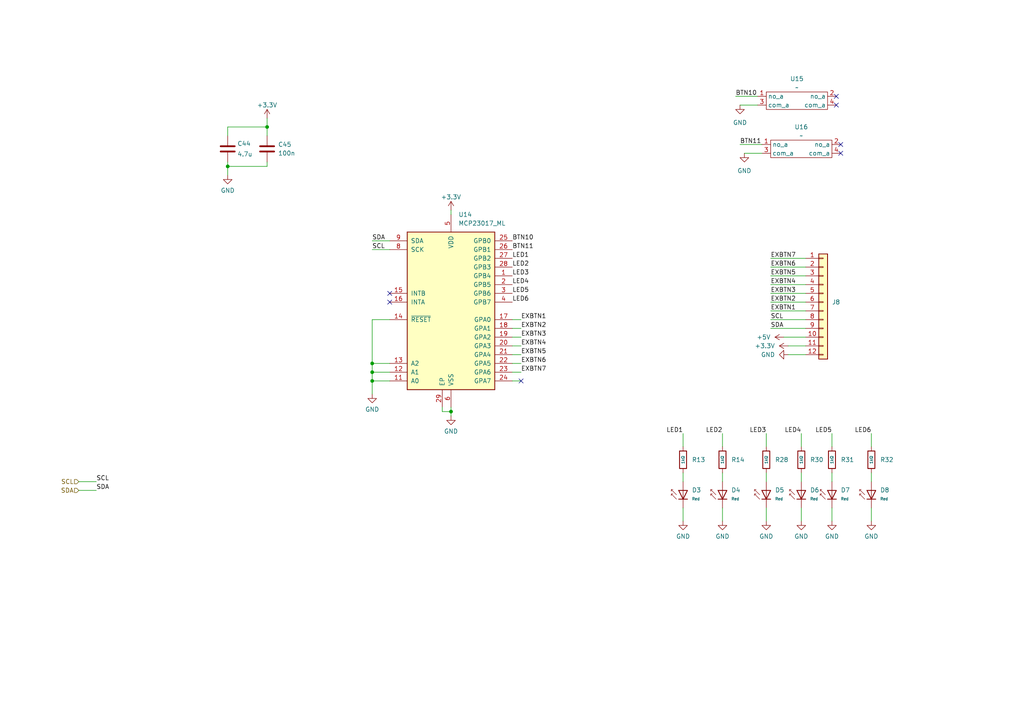
<source format=kicad_sch>
(kicad_sch (version 20250114) (generator "eeschema") (generator_version "9.0")
  (paper "A4")
  (lib_symbols
    (symbol "Connector_Generic:Conn_01x12" (pin_names (offset 1.016) (hide yes))
      (property "Reference" "J" (at 0 15.24 0))
      (property "Value" "Conn_01x12" (at 0 -17.78 0))
      (symbol "Conn_01x12_1_1"
        (rectangle (start -1.27 13.97) (end 1.27 -16.51) (stroke (width 0.254)) (fill (type background)))
        (rectangle (start -1.27 12.827) (end 0 12.573) (stroke (width 0.1524)))
        (rectangle (start -1.27 10.287) (end 0 10.033) (stroke (width 0.1524)))
        (rectangle (start -1.27 7.747) (end 0 7.493) (stroke (width 0.1524)))
        (rectangle (start -1.27 5.207) (end 0 4.953) (stroke (width 0.1524)))
        (rectangle (start -1.27 2.667) (end 0 2.413) (stroke (width 0.1524)))
        (rectangle (start -1.27 0.127) (end 0 -0.127) (stroke (width 0.1524)))
        (rectangle (start -1.27 -2.413) (end 0 -2.667) (stroke (width 0.1524)))
        (rectangle (start -1.27 -4.953) (end 0 -5.207) (stroke (width 0.1524)))
        (rectangle (start -1.27 -7.493) (end 0 -7.747) (stroke (width 0.1524)))
        (rectangle (start -1.27 -10.033) (end 0 -10.287) (stroke (width 0.1524)))
        (rectangle (start -1.27 -12.573) (end 0 -12.827) (stroke (width 0.1524)))
        (rectangle (start -1.27 -15.113) (end 0 -15.367) (stroke (width 0.1524)))
        (pin passive line (at -5.08 12.7 0) (length 3.81) (name "Pin_1") (number "1"))
        (pin passive line (at -5.08 10.16 0) (length 3.81) (name "Pin_2") (number "2"))
        (pin passive line (at -5.08 7.62 0) (length 3.81) (name "Pin_3") (number "3"))
        (pin passive line (at -5.08 5.08 0) (length 3.81) (name "Pin_4") (number "4"))
        (pin passive line (at -5.08 2.54 0) (length 3.81) (name "Pin_5") (number "5"))
        (pin passive line (at -5.08 0 0) (length 3.81) (name "Pin_6") (number "6"))
        (pin passive line (at -5.08 -2.54 0) (length 3.81) (name "Pin_7") (number "7"))
        (pin passive line (at -5.08 -5.08 0) (length 3.81) (name "Pin_8") (number "8"))
        (pin passive line (at -5.08 -7.62 0) (length 3.81) (name "Pin_9") (number "9"))
        (pin passive line (at -5.08 -10.16 0) (length 3.81) (name "Pin_10") (number "10"))
        (pin passive line (at -5.08 -12.7 0) (length 3.81) (name "Pin_11") (number "11"))
        (pin passive line (at -5.08 -15.24 0) (length 3.81) (name "Pin_12") (number "12"))
      )
    )
    (symbol "Device:C" (pin_numbers (hide yes)) (pin_names (offset 0.254))
      (property "Reference" "C" (at 0.635 2.54 0))
      (property "Value" "C" (at 0.635 -2.54 0))
      (symbol "C_0_1"
        (polyline (pts (xy -2.032 0.762) (xy 2.032 0.762)) (stroke (width 0.508)))
        (polyline (pts (xy -2.032 -0.762) (xy 2.032 -0.762)) (stroke (width 0.508)))
      )
      (symbol "C_1_1"
        (pin passive line (at 0 3.81 270) (length 2.794) (name "~") (number "1"))
        (pin passive line (at 0 -3.81 90) (length 2.794) (name "~") (number "2"))
      )
    )
    (symbol "Interface_Expansion:MCP23017_ML" (pin_names (offset 1.016))
      (property "Reference" "U" (at -11.43 24.13 0))
      (property "Value" "MCP23017_ML" (at 0 0 0))
      (symbol "MCP23017_ML_0_1"
        (rectangle (start -12.7 22.86) (end 12.7 -22.86) (stroke (width 0.254)) (fill (type background)))
      )
      (symbol "MCP23017_ML_1_1"
        (pin bidirectional line (at -17.78 20.32 0) (length 5.08) (name "SDA") (number "9"))
        (pin input line (at -17.78 17.78 0) (length 5.08) (name "SCK") (number "8"))
        (pin tri_state line (at -17.78 5.08 0) (length 5.08) (name "INTB") (number "15"))
        (pin tri_state line (at -17.78 2.54 0) (length 5.08) (name "INTA") (number "16"))
        (pin input line (at -17.78 -2.54 0) (length 5.08) (name "~{RESET}") (number "14"))
        (pin input line (at -17.78 -15.24 0) (length 5.08) (name "A2") (number "13"))
        (pin input line (at -17.78 -17.78 0) (length 5.08) (name "A1") (number "12"))
        (pin input line (at -17.78 -20.32 0) (length 5.08) (name "A0") (number "11"))
        (pin no_connect line (at -12.7 15.24 0) (length 5.08) (hide yes) (name "NC") (number "7"))
        (pin no_connect line (at -12.7 12.7 0) (length 5.08) (hide yes) (name "NC") (number "10"))
        (pin passive line (at -2.54 -27.94 90) (length 5.08) (name "EP") (number "29"))
        (pin power_in line (at 0 27.94 270) (length 5.08) (name "VDD") (number "5"))
        (pin power_in line (at 0 -27.94 90) (length 5.08) (name "VSS") (number "6"))
        (pin bidirectional line (at 17.78 20.32 180) (length 5.08) (name "GPB0") (number "25"))
        (pin bidirectional line (at 17.78 17.78 180) (length 5.08) (name "GPB1") (number "26"))
        (pin bidirectional line (at 17.78 15.24 180) (length 5.08) (name "GPB2") (number "27"))
        (pin bidirectional line (at 17.78 12.7 180) (length 5.08) (name "GPB3") (number "28"))
        (pin bidirectional line (at 17.78 10.16 180) (length 5.08) (name "GPB4") (number "1"))
        (pin bidirectional line (at 17.78 7.62 180) (length 5.08) (name "GPB5") (number "2"))
        (pin bidirectional line (at 17.78 5.08 180) (length 5.08) (name "GPB6") (number "3"))
        (pin output line (at 17.78 2.54 180) (length 5.08) (name "GPB7") (number "4"))
        (pin bidirectional line (at 17.78 -2.54 180) (length 5.08) (name "GPA0") (number "17"))
        (pin bidirectional line (at 17.78 -5.08 180) (length 5.08) (name "GPA1") (number "18"))
        (pin bidirectional line (at 17.78 -7.62 180) (length 5.08) (name "GPA2") (number "19"))
        (pin bidirectional line (at 17.78 -10.16 180) (length 5.08) (name "GPA3") (number "20"))
        (pin bidirectional line (at 17.78 -12.7 180) (length 5.08) (name "GPA4") (number "21"))
        (pin bidirectional line (at 17.78 -15.24 180) (length 5.08) (name "GPA5") (number "22"))
        (pin bidirectional line (at 17.78 -17.78 180) (length 5.08) (name "GPA6") (number "23"))
        (pin output line (at 17.78 -20.32 180) (length 5.08) (name "GPA7") (number "24"))
      )
    )
    (symbol "PCM_JLCPCB-Diodes:LED,0603,Red" (pin_numbers (hide yes)) (pin_names (offset 0))
      (property "Reference" "D" (at 2.032 0.834 0))
      (property "Value" "Red" (at 2.032 -1.2122 0))
      (symbol "LED,0603,Red_0_1"
        (polyline (pts (xy -1.905 0) (xy -3.429 1.524) (xy -3.429 1.016) (xy -3.429 1.524) (xy -2.921 1.524)) (stroke (width 0.127)))
        (polyline (pts (xy -1.905 -1.27) (xy -3.429 0.254) (xy -3.429 -0.254) (xy -3.429 0.254) (xy -2.921 0.254)) (stroke (width 0.127)))
        (polyline (pts (xy -1.27 1.27) (xy 0 -1.27) (xy 1.27 1.27) (xy -1.27 1.27)) (stroke (width 0.254)))
        (polyline (pts (xy -1.27 -1.27) (xy 1.27 -1.27)) (stroke (width 0.254)))
      )
      (symbol "LED,0603,Red_1_1"
        (pin passive line (at 0 3.81 270) (length 3.81) (name "~") (number "2"))
        (pin passive line (at 0 -3.81 90) (length 3.81) (name "~") (number "1"))
      )
    )
    (symbol "PCM_JLCPCB-Resistors:0603,1kΩ" (pin_numbers (hide yes)) (pin_names (offset 0))
      (property "Reference" "R" (at 1.778 0 0))
      (property "Value" "1kΩ" (at 0 0 90))
      (symbol "0603,1kΩ_0_1"
        (rectangle (start -1.016 2.54) (end 1.016 -2.54) (stroke (width 0.254)))
      )
      (symbol "0603,1kΩ_1_1"
        (pin passive line (at 0 3.81 270) (length 1.27) (name "~") (number "1"))
        (pin passive line (at 0 -3.81 90) (length 1.27) (name "~") (number "2"))
      )
    )
    (symbol "power:+3.3V" (power) (pin_names (offset 0))
      (property "Value" "+3.3V" (at 0 3.556 0))
      (symbol "+3.3V_0_1"
        (polyline (pts (xy -0.762 1.27) (xy 0 2.54)))
        (polyline (pts (xy 0 2.54) (xy 0.762 1.27)))
        (polyline (pts (xy 0 0) (xy 0 2.54)))
      )
      (symbol "+3.3V_1_1"
        (pin power_in line (at 0 0 90) (length 0) (hide yes) (name "+3.3V") (number "1"))
      )
    )
    (symbol "power:+5V" (power) (pin_names (offset 0))
      (property "Value" "+5V" (at 0 3.556 0))
      (symbol "+5V_0_1"
        (polyline (pts (xy -0.762 1.27) (xy 0 2.54)))
        (polyline (pts (xy 0 2.54) (xy 0.762 1.27)))
        (polyline (pts (xy 0 0) (xy 0 2.54)))
      )
      (symbol "+5V_1_1"
        (pin power_in line (at 0 0 90) (length 0) (hide yes) (name "+5V") (number "1"))
      )
    )
    (symbol "power:GND" (power) (pin_names (offset 0))
      (property "Value" "GND" (at 0 -3.81 0))
      (symbol "GND_0_1"
        (polyline (pts (xy 0 0) (xy 0 -1.27) (xy 1.27 -1.27) (xy 0 -2.54) (xy -1.27 -1.27) (xy 0 -1.27)))
      )
      (symbol "GND_1_1"
        (pin power_in line (at 0 0 270) (length 0) (hide yes) (name "GND") (number "1"))
      )
    )
    (symbol "ts-1212f:swith_tf-1212f"
      (property "Reference" "U" (at 0 0 0))
      (symbol "swith_tf-1212f_0_1"
        (rectangle (start -8.89 2.54) (end 8.89 -2.54))
      )
      (symbol "swith_tf-1212f_1_1"
        (pin bidirectional line (at -11.43 1.27 0) (length 2.54) (name "no_a") (number "1"))
        (pin bidirectional line (at -11.43 -1.27 0) (length 2.54) (name "com_a") (number "3"))
        (pin bidirectional line (at 11.43 1.27 180) (length 2.54) (name "no_a") (number "2"))
        (pin bidirectional line (at 11.43 -1.27 180) (length 2.54) (name "com_a") (number "4"))
      )
    )
  )
  (junction (at 77.47 36.83))
  (junction (at 66.04 48.26))
  (junction (at 107.95 105.41))
  (junction (at 107.95 107.95))
  (junction (at 107.95 110.49))
  (junction (at 130.81 119.38))
  (no_connect (at 243.84 44.45))
  (no_connect (at 243.84 41.91))
  (no_connect (at 113.03 85.09))
  (no_connect (at 113.03 87.63))
  (no_connect (at 242.57 27.94))
  (no_connect (at 242.57 30.48))
  (no_connect (at 151.13 110.49))
  (wire (pts (xy 223.52 80.01) (xy 233.68 80.01)))
  (wire (pts (xy 232.41 147.32) (xy 232.41 151.13)))
  (wire (pts (xy 130.81 60.96) (xy 130.81 62.23)))
  (wire (pts (xy 233.68 102.87) (xy 228.6 102.87)))
  (wire (pts (xy 241.3 137.16) (xy 241.3 139.7)))
  (wire (pts (xy 223.52 95.25) (xy 233.68 95.25)))
  (wire (pts (xy 241.3 125.73) (xy 241.3 129.54)))
  (wire (pts (xy 22.86 142.24) (xy 27.94 142.24)))
  (wire (pts (xy 252.73 147.32) (xy 252.73 151.13)))
  (wire (pts (xy 252.73 137.16) (xy 252.73 139.7)))
  (wire (pts (xy 130.81 120.65) (xy 130.81 119.38)))
  (wire (pts (xy 198.12 137.16) (xy 198.12 139.7)))
  (wire (pts (xy 215.9 44.45) (xy 220.98 44.45)))
  (wire (pts (xy 66.04 46.99) (xy 66.04 48.26)))
  (wire (pts (xy 214.63 41.91) (xy 220.98 41.91)))
  (wire (pts (xy 66.04 48.26) (xy 66.04 50.8)))
  (wire (pts (xy 148.59 107.95) (xy 151.13 107.95)))
  (wire (pts (xy 107.95 107.95) (xy 113.03 107.95)))
  (wire (pts (xy 107.95 110.49) (xy 113.03 110.49)))
  (wire (pts (xy 130.81 118.11) (xy 130.81 119.38)))
  (wire (pts (xy 107.95 107.95) (xy 107.95 105.41)))
  (wire (pts (xy 77.47 46.99) (xy 77.47 48.26)))
  (wire (pts (xy 228.6 100.33) (xy 233.68 100.33)))
  (wire (pts (xy 227.33 97.79) (xy 233.68 97.79)))
  (wire (pts (xy 22.86 139.7) (xy 27.94 139.7)))
  (wire (pts (xy 198.12 125.73) (xy 198.12 129.54)))
  (wire (pts (xy 107.95 92.71) (xy 113.03 92.71)))
  (wire (pts (xy 223.52 77.47) (xy 233.68 77.47)))
  (wire (pts (xy 148.59 92.71) (xy 151.13 92.71)))
  (wire (pts (xy 128.27 118.11) (xy 128.27 119.38)))
  (wire (pts (xy 198.12 147.32) (xy 198.12 151.13)))
  (wire (pts (xy 222.25 137.16) (xy 222.25 139.7)))
  (wire (pts (xy 77.47 36.83) (xy 77.47 39.37)))
  (wire (pts (xy 222.25 125.73) (xy 222.25 129.54)))
  (wire (pts (xy 209.55 137.16) (xy 209.55 139.7)))
  (wire (pts (xy 107.95 72.39) (xy 113.03 72.39)))
  (wire (pts (xy 148.59 97.79) (xy 151.13 97.79)))
  (wire (pts (xy 107.95 114.3) (xy 107.95 110.49)))
  (wire (pts (xy 223.52 74.93) (xy 233.68 74.93)))
  (wire (pts (xy 232.41 137.16) (xy 232.41 139.7)))
  (wire (pts (xy 107.95 92.71) (xy 107.95 105.41)))
  (wire (pts (xy 222.25 147.32) (xy 222.25 151.13)))
  (wire (pts (xy 128.27 119.38) (xy 130.81 119.38)))
  (wire (pts (xy 209.55 147.32) (xy 209.55 151.13)))
  (wire (pts (xy 223.52 92.71) (xy 233.68 92.71)))
  (wire (pts (xy 241.3 147.32) (xy 241.3 151.13)))
  (wire (pts (xy 77.47 34.29) (xy 77.47 36.83)))
  (wire (pts (xy 223.52 87.63) (xy 233.68 87.63)))
  (wire (pts (xy 107.95 110.49) (xy 107.95 107.95)))
  (wire (pts (xy 214.63 30.48) (xy 219.71 30.48)))
  (wire (pts (xy 107.95 69.85) (xy 113.03 69.85)))
  (wire (pts (xy 113.03 105.41) (xy 107.95 105.41)))
  (wire (pts (xy 213.36 27.94) (xy 219.71 27.94)))
  (wire (pts (xy 66.04 36.83) (xy 77.47 36.83)))
  (wire (pts (xy 77.47 48.26) (xy 66.04 48.26)))
  (wire (pts (xy 148.59 100.33) (xy 151.13 100.33)))
  (wire (pts (xy 209.55 125.73) (xy 209.55 129.54)))
  (wire (pts (xy 223.52 90.17) (xy 233.68 90.17)))
  (wire (pts (xy 148.59 105.41) (xy 151.13 105.41)))
  (wire (pts (xy 223.52 82.55) (xy 233.68 82.55)))
  (wire (pts (xy 66.04 39.37) (xy 66.04 36.83)))
  (wire (pts (xy 232.41 125.73) (xy 232.41 129.54)))
  (wire (pts (xy 148.59 102.87) (xy 151.13 102.87)))
  (wire (pts (xy 223.52 85.09) (xy 233.68 85.09)))
  (wire (pts (xy 151.13 110.49) (xy 148.59 110.49)))
  (wire (pts (xy 148.59 95.25) (xy 151.13 95.25)))
  (wire (pts (xy 252.73 125.73) (xy 252.73 129.54)))
  (label "LED6" (at 252.73 125.73 180))
  (label "LED1" (at 198.12 125.73 180))
  (label "EXBTN4" (at 151.13 100.33 0))
  (label "EXBTN3" (at 151.13 97.79 0))
  (label "LED4" (at 148.59 82.55 0))
  (label "SDA" (at 27.94 142.24 0))
  (label "LED3" (at 222.25 125.73 180))
  (label "EXBTN1" (at 223.52 90.17 0))
  (label "EXBTN7" (at 223.52 74.93 0))
  (label "BTN10" (at 148.59 69.85 0))
  (label "EXBTN5" (at 151.13 102.87 0))
  (label "BTN11" (at 148.59 72.39 0))
  (label "EXBTN5" (at 223.52 80.01 0))
  (label "EXBTN3" (at 223.52 85.09 0))
  (label "BTN10" (at 213.36 27.94 0))
  (label "SCL" (at 223.52 92.71 0))
  (label "LED1" (at 148.59 74.93 0))
  (label "EXBTN2" (at 151.13 95.25 0))
  (label "EXBTN7" (at 151.13 107.95 0))
  (label "LED2" (at 148.59 77.47 0))
  (label "SDA" (at 107.95 69.85 0))
  (label "EXBTN6" (at 151.13 105.41 0))
  (label "SCL" (at 107.95 72.39 0))
  (label "LED3" (at 148.59 80.01 0))
  (label "LED2" (at 209.55 125.73 180))
  (label "BTN11" (at 214.63 41.91 0))
  (label "LED4" (at 232.41 125.73 180))
  (label "SDA" (at 223.52 95.25 0))
  (label "LED6" (at 148.59 87.63 0))
  (label "LED5" (at 148.59 85.09 0))
  (label "LED5" (at 241.3 125.73 180))
  (label "EXBTN6" (at 223.52 77.47 0))
  (label "EXBTN1" (at 151.13 92.71 0))
  (label "EXBTN2" (at 223.52 87.63 0))
  (label "EXBTN4" (at 223.52 82.55 0))
  (label "SCL" (at 27.94 139.7 0))
  (hierarchical_label "SCL" (shape input) (at 22.86 139.7 180))
  (hierarchical_label "SDA" (shape input) (at 22.86 142.24 180))
  (symbol (lib_id "power:GND") (at 66.04 50.8 0) (unit 1)
    (property "Reference" "#PWR070" (effects (hide yes)))
    (property "Value" "GND" (at 66.04 55.245 0))
  )
  (symbol (lib_id "Device:C") (at 66.04 43.18 0) (unit 1)
    (property "Reference" "C44" (at 68.834 41.656 0) (effects (justify left)))
    (property "Value" "4.7u" (at 68.834 44.704 0) (effects (justify left)))
    (property "Footprint" "Resistor_SMD:R_0603_1608Metric" (effects (hide yes)))
    (property "LCSC" "C19702" (effects (hide yes)))
  )
  (symbol (lib_id "PCM_JLCPCB-Resistors:0603,1kΩ") (at 198.12 133.35 0) (unit 1)
    (property "Reference" "R13" (at 200.66 133.3499 0) (effects (justify left)))
    (property "Value" "1kΩ" (at 198.12 133.35 90) (effects (font (size 0.8 0.8))))
    (property "Footprint" "PCM_JLCPCB:R_0603" (effects (hide yes)))
    (property "Datasheet" "https://www.lcsc.com/datasheet/lcsc_datasheet_2206010130_UNI-ROYAL-Uniroyal-Elec-0603WAF1001T5E_C21190.pdf" (effects (hide yes)))
    (property "Description" "100mW Thick Film Resistors 75V ±100ppm/°C ±1% 1kΩ 0603 Chip Resistor - Surface Mount ROHS" (effects (hide yes)))
    (property "LCSC" "C21190" (effects (hide yes)))
    (property "Stock" "23392424" (effects (hide yes)))
    (property "Price" "0.004USD" (effects (hide yes)))
    (property "Process" "SMT" (effects (hide yes)))
    (property "Minimum Qty" "20" (effects (hide yes)))
    (property "Attrition Qty" "10" (effects (hide yes)))
    (property "Class" "Basic Component" (effects (hide yes)))
    (property "Category" "Resistors,Chip Resistor - Surface Mount" (effects (hide yes)))
    (property "Manufacturer" "UNI-ROYAL(Uniroyal Elec)" (effects (hide yes)))
    (property "Part" "0603WAF1001T5E" (effects (hide yes)))
    (property "Resistance" "1kΩ" (effects (hide yes)))
    (property "Power(Watts)" "100mW" (effects (hide yes)))
    (property "Type" "Thick Film Resistors" (effects (hide yes)))
    (property "Overload Voltage (Max)" "75V" (effects (hide yes)))
    (property "Operating Temperature Range" "-55°C~+155°C" (effects (hide yes)))
    (property "Tolerance" "±1%" (effects (hide yes)))
    (property "Temperature Coefficient" "±100ppm/°C" (effects (hide yes)))
  )
  (symbol (lib_id "power:GND") (at 252.73 151.13 0) (unit 1)
    (property "Reference" "#PWR084" (effects (hide yes)))
    (property "Value" "GND" (at 252.73 155.575 0))
  )
  (symbol (lib_id "power:GND") (at 107.95 114.3 0) (unit 1)
    (property "Reference" "#PWR071" (effects (hide yes)))
    (property "Value" "GND" (at 107.95 118.745 0))
  )
  (symbol (lib_id "power:GND") (at 222.25 151.13 0) (unit 1)
    (property "Reference" "#PWR078" (effects (hide yes)))
    (property "Value" "GND" (at 222.25 155.575 0))
  )
  (symbol (lib_id "Interface_Expansion:MCP23017_ML") (at 130.81 90.17 0) (unit 1)
    (property "Reference" "U14" (at 132.9533 62.23 0) (effects (justify left)))
    (property "Value" "MCP23017_ML" (at 132.9533 64.77 0) (effects (justify left)))
    (property "Footprint" "Package_DFN_QFN:QFN-28-1EP_6x6mm_P0.65mm_EP4.25x4.25mm" (effects (hide yes)))
    (property "Datasheet" "https://ww1.microchip.com/downloads/aemDocuments/documents/APID/ProductDocuments/DataSheets/MCP23017-Data-Sheet-DS20001952.pdf" (effects (hide yes)))
    (property "Description" "16-bit I/O expander, I2C, interrupts, w pull-ups, GPA/B7 output only (https://microchip.my.site.com/s/article/GPA7---GPB7-Cannot-Be-Used-as-Inputs-In-MCP23017), QFN-28" (effects (hide yes)))
  )
  (symbol (lib_id "power:GND") (at 228.6 102.87 270) (unit 1)
    (property "Reference" "#PWR079" (effects (hide yes)))
    (property "Value" "GND" (at 224.79 102.8699 90) (effects (justify right)))
  )
  (symbol (lib_id "power:+5V") (at 227.33 97.79 90) (unit 1)
    (property "Reference" "#PWR083" (effects (hide yes)))
    (property "Value" "+5V" (at 223.52 97.7899 90) (effects (justify left)))
  )
  (symbol (lib_id "PCM_JLCPCB-Diodes:LED,0603,Red") (at 222.25 143.51 0) (unit 1)
    (property "Reference" "D5" (at 224.79 142.1446 0) (effects (justify left)))
    (property "Value" "Red" (at 224.79 144.6847 0) (effects (font (size 0.8 0.8)) (justify left)))
    (property "Footprint" "PCM_JLCPCB:D_0603" (effects (hide yes)))
    (property "Datasheet" "https://www.lcsc.com/datasheet/lcsc_datasheet_1810231112_Hubei-KENTO-Elec-KT-0603R_C2286.pdf" (effects (hide yes)))
    (property "Description" "-40°C~+85°C Red 0603 LED Indication - Discrete ROHS" (effects (hide yes)))
    (property "LCSC" "C2286" (effects (hide yes)))
    (property "Stock" "2749790" (effects (hide yes)))
    (property "Price" "0.009USD" (effects (hide yes)))
    (property "Process" "SMT" (effects (hide yes)))
    (property "Minimum Qty" "20" (effects (hide yes)))
    (property "Attrition Qty" "6" (effects (hide yes)))
    (property "Class" "Basic Component" (effects (hide yes)))
    (property "Category" "Optocouplers & LEDs & Infrared,Light Emitting Diodes (LED)" (effects (hide yes)))
    (property "Manufacturer" "Hubei KENTO Elec" (effects (hide yes)))
    (property "Part" "KT-0603R" (effects (hide yes)))
  )
  (symbol (lib_id "PCM_JLCPCB-Diodes:LED,0603,Red") (at 198.12 143.51 0) (unit 1)
    (property "Reference" "D3" (at 200.66 142.1446 0) (effects (justify left)))
    (property "Value" "Red" (at 200.66 144.6847 0) (effects (font (size 0.8 0.8)) (justify left)))
    (property "Footprint" "PCM_JLCPCB:D_0603" (effects (hide yes)))
    (property "Datasheet" "https://www.lcsc.com/datasheet/lcsc_datasheet_1810231112_Hubei-KENTO-Elec-KT-0603R_C2286.pdf" (effects (hide yes)))
    (property "Description" "-40°C~+85°C Red 0603 LED Indication - Discrete ROHS" (effects (hide yes)))
    (property "LCSC" "C2286" (effects (hide yes)))
    (property "Stock" "2749790" (effects (hide yes)))
    (property "Price" "0.009USD" (effects (hide yes)))
    (property "Process" "SMT" (effects (hide yes)))
    (property "Minimum Qty" "20" (effects (hide yes)))
    (property "Attrition Qty" "6" (effects (hide yes)))
    (property "Class" "Basic Component" (effects (hide yes)))
    (property "Category" "Optocouplers & LEDs & Infrared,Light Emitting Diodes (LED)" (effects (hide yes)))
    (property "Manufacturer" "Hubei KENTO Elec" (effects (hide yes)))
    (property "Part" "KT-0603R" (effects (hide yes)))
  )
  (symbol (lib_id "power:GND") (at 215.9 44.45 0) (unit 1)
    (property "Reference" "#PWR073" (effects (hide yes)))
    (property "Value" "GND" (at 215.9 49.53 0))
  )
  (symbol (lib_id "power:+3.3V") (at 130.81 60.96 0) (unit 1)
    (property "Reference" "#PWR067" (effects (hide yes)))
    (property "Value" "+3.3V" (at 130.81 57.15 0))
  )
  (symbol (lib_id "Connector_Generic:Conn_01x12") (at 238.76 87.63 0) (unit 1)
    (property "Reference" "J8" (at 241.3 87.6299 0) (effects (justify left)))
    (property "Value" "Conn_01x12" (effects (hide yes)))
    (property "Footprint" "Connector_JST:JST_PH_B12B-PH-K_1x12_P2.00mm_Vertical" (effects (hide yes)))
    (property "Description" "Generic connector, single row, 01x12, script generated (kicad-library-utils/schlib/autogen/connector/)" (effects (hide yes)))
  )
  (symbol (lib_id "PCM_JLCPCB-Diodes:LED,0603,Red") (at 232.41 143.51 0) (unit 1)
    (property "Reference" "D6" (at 234.95 142.1446 0) (effects (justify left)))
    (property "Value" "Red" (at 234.95 144.6847 0) (effects (font (size 0.8 0.8)) (justify left)))
    (property "Footprint" "PCM_JLCPCB:D_0603" (effects (hide yes)))
    (property "Datasheet" "https://www.lcsc.com/datasheet/lcsc_datasheet_1810231112_Hubei-KENTO-Elec-KT-0603R_C2286.pdf" (effects (hide yes)))
    (property "Description" "-40°C~+85°C Red 0603 LED Indication - Discrete ROHS" (effects (hide yes)))
    (property "LCSC" "C2286" (effects (hide yes)))
    (property "Stock" "2749790" (effects (hide yes)))
    (property "Price" "0.009USD" (effects (hide yes)))
    (property "Process" "SMT" (effects (hide yes)))
    (property "Minimum Qty" "20" (effects (hide yes)))
    (property "Attrition Qty" "6" (effects (hide yes)))
    (property "Class" "Basic Component" (effects (hide yes)))
    (property "Category" "Optocouplers & LEDs & Infrared,Light Emitting Diodes (LED)" (effects (hide yes)))
    (property "Manufacturer" "Hubei KENTO Elec" (effects (hide yes)))
    (property "Part" "KT-0603R" (effects (hide yes)))
  )
  (symbol (lib_id "PCM_JLCPCB-Diodes:LED,0603,Red") (at 241.3 143.51 0) (unit 1)
    (property "Reference" "D7" (at 243.84 142.1446 0) (effects (justify left)))
    (property "Value" "Red" (at 243.84 144.6847 0) (effects (font (size 0.8 0.8)) (justify left)))
    (property "Footprint" "PCM_JLCPCB:D_0603" (effects (hide yes)))
    (property "Datasheet" "https://www.lcsc.com/datasheet/lcsc_datasheet_1810231112_Hubei-KENTO-Elec-KT-0603R_C2286.pdf" (effects (hide yes)))
    (property "Description" "-40°C~+85°C Red 0603 LED Indication - Discrete ROHS" (effects (hide yes)))
    (property "LCSC" "C2286" (effects (hide yes)))
    (property "Stock" "2749790" (effects (hide yes)))
    (property "Price" "0.009USD" (effects (hide yes)))
    (property "Process" "SMT" (effects (hide yes)))
    (property "Minimum Qty" "20" (effects (hide yes)))
    (property "Attrition Qty" "6" (effects (hide yes)))
    (property "Class" "Basic Component" (effects (hide yes)))
    (property "Category" "Optocouplers & LEDs & Infrared,Light Emitting Diodes (LED)" (effects (hide yes)))
    (property "Manufacturer" "Hubei KENTO Elec" (effects (hide yes)))
    (property "Part" "KT-0603R" (effects (hide yes)))
  )
  (symbol (lib_id "PCM_JLCPCB-Diodes:LED,0603,Red") (at 252.73 143.51 0) (unit 1)
    (property "Reference" "D8" (at 255.27 142.1446 0) (effects (justify left)))
    (property "Value" "Red" (at 255.27 144.6847 0) (effects (font (size 0.8 0.8)) (justify left)))
    (property "Footprint" "PCM_JLCPCB:D_0603" (effects (hide yes)))
    (property "Datasheet" "https://www.lcsc.com/datasheet/lcsc_datasheet_1810231112_Hubei-KENTO-Elec-KT-0603R_C2286.pdf" (effects (hide yes)))
    (property "Description" "-40°C~+85°C Red 0603 LED Indication - Discrete ROHS" (effects (hide yes)))
    (property "LCSC" "C2286" (effects (hide yes)))
    (property "Stock" "2749790" (effects (hide yes)))
    (property "Price" "0.009USD" (effects (hide yes)))
    (property "Process" "SMT" (effects (hide yes)))
    (property "Minimum Qty" "20" (effects (hide yes)))
    (property "Attrition Qty" "6" (effects (hide yes)))
    (property "Class" "Basic Component" (effects (hide yes)))
    (property "Category" "Optocouplers & LEDs & Infrared,Light Emitting Diodes (LED)" (effects (hide yes)))
    (property "Manufacturer" "Hubei KENTO Elec" (effects (hide yes)))
    (property "Part" "KT-0603R" (effects (hide yes)))
  )
  (symbol (lib_id "power:GND") (at 130.81 120.65 0) (unit 1)
    (property "Reference" "#PWR068" (effects (hide yes)))
    (property "Value" "GND" (at 130.81 125.095 0))
  )
  (symbol (lib_id "PCM_JLCPCB-Resistors:0603,1kΩ") (at 209.55 133.35 0) (unit 1)
    (property "Reference" "R14" (at 212.09 133.3499 0) (effects (justify left)))
    (property "Value" "1kΩ" (at 209.55 133.35 90) (effects (font (size 0.8 0.8))))
    (property "Footprint" "PCM_JLCPCB:R_0603" (effects (hide yes)))
    (property "Datasheet" "https://www.lcsc.com/datasheet/lcsc_datasheet_2206010130_UNI-ROYAL-Uniroyal-Elec-0603WAF1001T5E_C21190.pdf" (effects (hide yes)))
    (property "Description" "100mW Thick Film Resistors 75V ±100ppm/°C ±1% 1kΩ 0603 Chip Resistor - Surface Mount ROHS" (effects (hide yes)))
    (property "LCSC" "C21190" (effects (hide yes)))
    (property "Stock" "23392424" (effects (hide yes)))
    (property "Price" "0.004USD" (effects (hide yes)))
    (property "Process" "SMT" (effects (hide yes)))
    (property "Minimum Qty" "20" (effects (hide yes)))
    (property "Attrition Qty" "10" (effects (hide yes)))
    (property "Class" "Basic Component" (effects (hide yes)))
    (property "Category" "Resistors,Chip Resistor - Surface Mount" (effects (hide yes)))
    (property "Manufacturer" "UNI-ROYAL(Uniroyal Elec)" (effects (hide yes)))
    (property "Part" "0603WAF1001T5E" (effects (hide yes)))
    (property "Resistance" "1kΩ" (effects (hide yes)))
    (property "Power(Watts)" "100mW" (effects (hide yes)))
    (property "Type" "Thick Film Resistors" (effects (hide yes)))
    (property "Overload Voltage (Max)" "75V" (effects (hide yes)))
    (property "Operating Temperature Range" "-55°C~+155°C" (effects (hide yes)))
    (property "Tolerance" "±1%" (effects (hide yes)))
    (property "Temperature Coefficient" "±100ppm/°C" (effects (hide yes)))
  )
  (symbol (lib_id "ts-1212f:swith_tf-1212f") (at 232.41 43.18 0) (unit 1)
    (property "Reference" "U16" (at 232.41 36.83 0))
    (property "Value" "~" (at 232.41 39.37 0))
    (property "Footprint" "ts-1212f:ts-1212f" (effects (hide yes)))
  )
  (symbol (lib_id "power:GND") (at 209.55 151.13 0) (unit 1)
    (property "Reference" "#PWR074" (effects (hide yes)))
    (property "Value" "GND" (at 209.55 155.575 0))
  )
  (symbol (lib_id "ts-1212f:swith_tf-1212f") (at 231.14 29.21 0) (unit 1)
    (property "Reference" "U15" (at 231.14 22.86 0))
    (property "Value" "~" (at 231.14 25.4 0))
    (property "Footprint" "ts-1212f:ts-1212f" (effects (hide yes)))
  )
  (symbol (lib_id "power:GND") (at 241.3 151.13 0) (unit 1)
    (property "Reference" "#PWR082" (effects (hide yes)))
    (property "Value" "GND" (at 241.3 155.575 0))
  )
  (symbol (lib_id "power:GND") (at 198.12 151.13 0) (unit 1)
    (property "Reference" "#PWR017" (effects (hide yes)))
    (property "Value" "GND" (at 198.12 155.575 0))
  )
  (symbol (lib_id "power:GND") (at 232.41 151.13 0) (unit 1)
    (property "Reference" "#PWR080" (effects (hide yes)))
    (property "Value" "GND" (at 232.41 155.575 0))
  )
  (symbol (lib_id "PCM_JLCPCB-Resistors:0603,1kΩ") (at 241.3 133.35 0) (unit 1)
    (property "Reference" "R31" (at 243.84 133.3499 0) (effects (justify left)))
    (property "Value" "1kΩ" (at 241.3 133.35 90) (effects (font (size 0.8 0.8))))
    (property "Footprint" "PCM_JLCPCB:R_0603" (effects (hide yes)))
    (property "Datasheet" "https://www.lcsc.com/datasheet/lcsc_datasheet_2206010130_UNI-ROYAL-Uniroyal-Elec-0603WAF1001T5E_C21190.pdf" (effects (hide yes)))
    (property "Description" "100mW Thick Film Resistors 75V ±100ppm/°C ±1% 1kΩ 0603 Chip Resistor - Surface Mount ROHS" (effects (hide yes)))
    (property "LCSC" "C21190" (effects (hide yes)))
    (property "Stock" "23392424" (effects (hide yes)))
    (property "Price" "0.004USD" (effects (hide yes)))
    (property "Process" "SMT" (effects (hide yes)))
    (property "Minimum Qty" "20" (effects (hide yes)))
    (property "Attrition Qty" "10" (effects (hide yes)))
    (property "Class" "Basic Component" (effects (hide yes)))
    (property "Category" "Resistors,Chip Resistor - Surface Mount" (effects (hide yes)))
    (property "Manufacturer" "UNI-ROYAL(Uniroyal Elec)" (effects (hide yes)))
    (property "Part" "0603WAF1001T5E" (effects (hide yes)))
    (property "Resistance" "1kΩ" (effects (hide yes)))
    (property "Power(Watts)" "100mW" (effects (hide yes)))
    (property "Type" "Thick Film Resistors" (effects (hide yes)))
    (property "Overload Voltage (Max)" "75V" (effects (hide yes)))
    (property "Operating Temperature Range" "-55°C~+155°C" (effects (hide yes)))
    (property "Tolerance" "±1%" (effects (hide yes)))
    (property "Temperature Coefficient" "±100ppm/°C" (effects (hide yes)))
  )
  (symbol (lib_id "power:+3.3V") (at 77.47 34.29 0) (unit 1)
    (property "Reference" "#PWR069" (effects (hide yes)))
    (property "Value" "+3.3V" (at 77.47 30.48 0))
  )
  (symbol (lib_id "PCM_JLCPCB-Resistors:0603,1kΩ") (at 232.41 133.35 0) (unit 1)
    (property "Reference" "R30" (at 234.95 133.3499 0) (effects (justify left)))
    (property "Value" "1kΩ" (at 232.41 133.35 90) (effects (font (size 0.8 0.8))))
    (property "Footprint" "PCM_JLCPCB:R_0603" (effects (hide yes)))
    (property "Datasheet" "https://www.lcsc.com/datasheet/lcsc_datasheet_2206010130_UNI-ROYAL-Uniroyal-Elec-0603WAF1001T5E_C21190.pdf" (effects (hide yes)))
    (property "Description" "100mW Thick Film Resistors 75V ±100ppm/°C ±1% 1kΩ 0603 Chip Resistor - Surface Mount ROHS" (effects (hide yes)))
    (property "LCSC" "C21190" (effects (hide yes)))
    (property "Stock" "23392424" (effects (hide yes)))
    (property "Price" "0.004USD" (effects (hide yes)))
    (property "Process" "SMT" (effects (hide yes)))
    (property "Minimum Qty" "20" (effects (hide yes)))
    (property "Attrition Qty" "10" (effects (hide yes)))
    (property "Class" "Basic Component" (effects (hide yes)))
    (property "Category" "Resistors,Chip Resistor - Surface Mount" (effects (hide yes)))
    (property "Manufacturer" "UNI-ROYAL(Uniroyal Elec)" (effects (hide yes)))
    (property "Part" "0603WAF1001T5E" (effects (hide yes)))
    (property "Resistance" "1kΩ" (effects (hide yes)))
    (property "Power(Watts)" "100mW" (effects (hide yes)))
    (property "Type" "Thick Film Resistors" (effects (hide yes)))
    (property "Overload Voltage (Max)" "75V" (effects (hide yes)))
    (property "Operating Temperature Range" "-55°C~+155°C" (effects (hide yes)))
    (property "Tolerance" "±1%" (effects (hide yes)))
    (property "Temperature Coefficient" "±100ppm/°C" (effects (hide yes)))
  )
  (symbol (lib_id "PCM_JLCPCB-Resistors:0603,1kΩ") (at 252.73 133.35 0) (unit 1)
    (property "Reference" "R32" (at 255.27 133.3499 0) (effects (justify left)))
    (property "Value" "1kΩ" (at 252.73 133.35 90) (effects (font (size 0.8 0.8))))
    (property "Footprint" "PCM_JLCPCB:R_0603" (effects (hide yes)))
    (property "Datasheet" "https://www.lcsc.com/datasheet/lcsc_datasheet_2206010130_UNI-ROYAL-Uniroyal-Elec-0603WAF1001T5E_C21190.pdf" (effects (hide yes)))
    (property "Description" "100mW Thick Film Resistors 75V ±100ppm/°C ±1% 1kΩ 0603 Chip Resistor - Surface Mount ROHS" (effects (hide yes)))
    (property "LCSC" "C21190" (effects (hide yes)))
    (property "Stock" "23392424" (effects (hide yes)))
    (property "Price" "0.004USD" (effects (hide yes)))
    (property "Process" "SMT" (effects (hide yes)))
    (property "Minimum Qty" "20" (effects (hide yes)))
    (property "Attrition Qty" "10" (effects (hide yes)))
    (property "Class" "Basic Component" (effects (hide yes)))
    (property "Category" "Resistors,Chip Resistor - Surface Mount" (effects (hide yes)))
    (property "Manufacturer" "UNI-ROYAL(Uniroyal Elec)" (effects (hide yes)))
    (property "Part" "0603WAF1001T5E" (effects (hide yes)))
    (property "Resistance" "1kΩ" (effects (hide yes)))
    (property "Power(Watts)" "100mW" (effects (hide yes)))
    (property "Type" "Thick Film Resistors" (effects (hide yes)))
    (property "Overload Voltage (Max)" "75V" (effects (hide yes)))
    (property "Operating Temperature Range" "-55°C~+155°C" (effects (hide yes)))
    (property "Tolerance" "±1%" (effects (hide yes)))
    (property "Temperature Coefficient" "±100ppm/°C" (effects (hide yes)))
  )
  (symbol (lib_id "Device:C") (at 77.47 43.18 0) (unit 1)
    (property "Reference" "C45" (at 80.645 41.9099 0) (effects (justify left)))
    (property "Value" "100n" (at 80.645 44.4499 0) (effects (justify left)))
    (property "Footprint" "Resistor_SMD:R_0603_1608Metric" (effects (hide yes)))
    (property "LCSC" "C14663" (effects (hide yes)))
  )
  (symbol (lib_id "power:GND") (at 214.63 30.48 0) (unit 1)
    (property "Reference" "#PWR072" (effects (hide yes)))
    (property "Value" "GND" (at 214.63 35.56 0))
  )
  (symbol (lib_id "PCM_JLCPCB-Resistors:0603,1kΩ") (at 222.25 133.35 0) (unit 1)
    (property "Reference" "R28" (at 224.79 133.3499 0) (effects (justify left)))
    (property "Value" "1kΩ" (at 222.25 133.35 90) (effects (font (size 0.8 0.8))))
    (property "Footprint" "PCM_JLCPCB:R_0603" (effects (hide yes)))
    (property "Datasheet" "https://www.lcsc.com/datasheet/lcsc_datasheet_2206010130_UNI-ROYAL-Uniroyal-Elec-0603WAF1001T5E_C21190.pdf" (effects (hide yes)))
    (property "Description" "100mW Thick Film Resistors 75V ±100ppm/°C ±1% 1kΩ 0603 Chip Resistor - Surface Mount ROHS" (effects (hide yes)))
    (property "LCSC" "C21190" (effects (hide yes)))
    (property "Stock" "23392424" (effects (hide yes)))
    (property "Price" "0.004USD" (effects (hide yes)))
    (property "Process" "SMT" (effects (hide yes)))
    (property "Minimum Qty" "20" (effects (hide yes)))
    (property "Attrition Qty" "10" (effects (hide yes)))
    (property "Class" "Basic Component" (effects (hide yes)))
    (property "Category" "Resistors,Chip Resistor - Surface Mount" (effects (hide yes)))
    (property "Manufacturer" "UNI-ROYAL(Uniroyal Elec)" (effects (hide yes)))
    (property "Part" "0603WAF1001T5E" (effects (hide yes)))
    (property "Resistance" "1kΩ" (effects (hide yes)))
    (property "Power(Watts)" "100mW" (effects (hide yes)))
    (property "Type" "Thick Film Resistors" (effects (hide yes)))
    (property "Overload Voltage (Max)" "75V" (effects (hide yes)))
    (property "Operating Temperature Range" "-55°C~+155°C" (effects (hide yes)))
    (property "Tolerance" "±1%" (effects (hide yes)))
    (property "Temperature Coefficient" "±100ppm/°C" (effects (hide yes)))
  )
  (symbol (lib_id "PCM_JLCPCB-Diodes:LED,0603,Red") (at 209.55 143.51 0) (unit 1)
    (property "Reference" "D4" (at 212.09 142.1446 0) (effects (justify left)))
    (property "Value" "Red" (at 212.09 144.6847 0) (effects (font (size 0.8 0.8)) (justify left)))
    (property "Footprint" "PCM_JLCPCB:D_0603" (effects (hide yes)))
    (property "Datasheet" "https://www.lcsc.com/datasheet/lcsc_datasheet_1810231112_Hubei-KENTO-Elec-KT-0603R_C2286.pdf" (effects (hide yes)))
    (property "Description" "-40°C~+85°C Red 0603 LED Indication - Discrete ROHS" (effects (hide yes)))
    (property "LCSC" "C2286" (effects (hide yes)))
    (property "Stock" "2749790" (effects (hide yes)))
    (property "Price" "0.009USD" (effects (hide yes)))
    (property "Process" "SMT" (effects (hide yes)))
    (property "Minimum Qty" "20" (effects (hide yes)))
    (property "Attrition Qty" "6" (effects (hide yes)))
    (property "Class" "Basic Component" (effects (hide yes)))
    (property "Category" "Optocouplers & LEDs & Infrared,Light Emitting Diodes (LED)" (effects (hide yes)))
    (property "Manufacturer" "Hubei KENTO Elec" (effects (hide yes)))
    (property "Part" "KT-0603R" (effects (hide yes)))
  )
  (symbol (lib_id "power:+3.3V") (at 228.6 100.33 90) (unit 1)
    (property "Reference" "#PWR081" (effects (hide yes)))
    (property "Value" "+3.3V" (at 224.79 100.3299 90) (effects (justify left)))
  )
)
</source>
